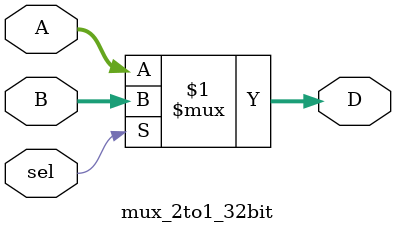
<source format=v>
module mux_2to1_32bit (
    input  wire [31:0] A,
    input  wire [31:0] B,
    input  wire        sel,
    output wire [31:0] D
);
    assign D = (sel) ? B : A;
endmodule   
</source>
